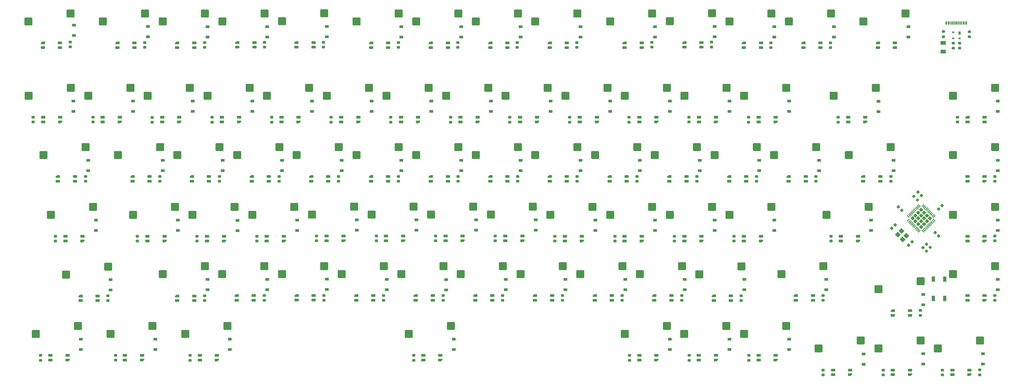
<source format=gbr>
%TF.GenerationSoftware,KiCad,Pcbnew,(6.0.6)*%
%TF.CreationDate,2022-08-08T15:17:43-04:00*%
%TF.ProjectId,Jupiter,4a757069-7465-4722-9e6b-696361645f70,rev?*%
%TF.SameCoordinates,Original*%
%TF.FileFunction,Paste,Bot*%
%TF.FilePolarity,Positive*%
%FSLAX46Y46*%
G04 Gerber Fmt 4.6, Leading zero omitted, Abs format (unit mm)*
G04 Created by KiCad (PCBNEW (6.0.6)) date 2022-08-08 15:17:43*
%MOMM*%
%LPD*%
G01*
G04 APERTURE LIST*
G04 Aperture macros list*
%AMRoundRect*
0 Rectangle with rounded corners*
0 $1 Rounding radius*
0 $2 $3 $4 $5 $6 $7 $8 $9 X,Y pos of 4 corners*
0 Add a 4 corners polygon primitive as box body*
4,1,4,$2,$3,$4,$5,$6,$7,$8,$9,$2,$3,0*
0 Add four circle primitives for the rounded corners*
1,1,$1+$1,$2,$3*
1,1,$1+$1,$4,$5*
1,1,$1+$1,$6,$7*
1,1,$1+$1,$8,$9*
0 Add four rect primitives between the rounded corners*
20,1,$1+$1,$2,$3,$4,$5,0*
20,1,$1+$1,$4,$5,$6,$7,0*
20,1,$1+$1,$6,$7,$8,$9,0*
20,1,$1+$1,$8,$9,$2,$3,0*%
%AMRotRect*
0 Rectangle, with rotation*
0 The origin of the aperture is its center*
0 $1 length*
0 $2 width*
0 $3 Rotation angle, in degrees counterclockwise*
0 Add horizontal line*
21,1,$1,$2,0,0,$3*%
%AMFreePoly0*
4,1,18,-0.410000,0.593000,-0.403758,0.624380,-0.385983,0.650983,-0.359380,0.668758,-0.328000,0.675000,0.328000,0.675000,0.359380,0.668758,0.385983,0.650983,0.403758,0.624380,0.410000,0.593000,0.410000,-0.593000,0.403758,-0.624380,0.385983,-0.650983,0.359380,-0.668758,0.328000,-0.675000,0.000000,-0.675000,-0.410000,-0.265000,-0.410000,0.593000,-0.410000,0.593000,$1*%
G04 Aperture macros list end*
%ADD10R,1.200000X0.900000*%
%ADD11RoundRect,0.250000X1.025000X1.000000X-1.025000X1.000000X-1.025000X-1.000000X1.025000X-1.000000X0*%
%ADD12FreePoly0,270.000000*%
%ADD13RoundRect,0.082000X-0.593000X0.328000X-0.593000X-0.328000X0.593000X-0.328000X0.593000X0.328000X0*%
%ADD14RoundRect,0.225000X-0.250000X0.225000X-0.250000X-0.225000X0.250000X-0.225000X0.250000X0.225000X0*%
%ADD15FreePoly0,90.000000*%
%ADD16RoundRect,0.082000X0.593000X-0.328000X0.593000X0.328000X-0.593000X0.328000X-0.593000X-0.328000X0*%
%ADD17RoundRect,0.225000X0.250000X-0.225000X0.250000X0.225000X-0.250000X0.225000X-0.250000X-0.225000X0*%
%ADD18RoundRect,0.225000X-0.017678X0.335876X-0.335876X0.017678X0.017678X-0.335876X0.335876X-0.017678X0*%
%ADD19RoundRect,0.200000X0.335876X0.053033X0.053033X0.335876X-0.335876X-0.053033X-0.053033X-0.335876X0*%
%ADD20RoundRect,0.200000X-0.275000X0.200000X-0.275000X-0.200000X0.275000X-0.200000X0.275000X0.200000X0*%
%ADD21RotRect,1.400000X1.200000X315.000000*%
%ADD22R,1.100000X1.800000*%
%ADD23RoundRect,0.250000X-0.625000X0.375000X-0.625000X-0.375000X0.625000X-0.375000X0.625000X0.375000X0*%
%ADD24RoundRect,0.225000X0.335876X0.017678X0.017678X0.335876X-0.335876X-0.017678X-0.017678X-0.335876X0*%
%ADD25R,0.700000X0.600000*%
%ADD26R,0.700000X1.000000*%
%ADD27RoundRect,0.225000X-0.335876X-0.017678X-0.017678X-0.335876X0.335876X0.017678X0.017678X0.335876X0*%
%ADD28R,0.540000X1.100000*%
%ADD29R,0.300000X1.100000*%
%ADD30RoundRect,0.200000X0.053033X-0.335876X0.335876X-0.053033X-0.053033X0.335876X-0.335876X0.053033X0*%
%ADD31RoundRect,0.062500X0.380070X0.291682X0.291682X0.380070X-0.380070X-0.291682X-0.291682X-0.380070X0*%
%ADD32RoundRect,0.062500X0.380070X-0.291682X-0.291682X0.380070X-0.380070X0.291682X0.291682X-0.380070X0*%
%ADD33RoundRect,0.250000X0.388909X0.000000X0.000000X0.388909X-0.388909X0.000000X0.000000X-0.388909X0*%
%ADD34RoundRect,0.225000X0.017678X-0.335876X0.335876X-0.017678X-0.017678X0.335876X-0.335876X0.017678X0*%
G04 APERTURE END LIST*
D10*
%TO.C,D82*%
X363200000Y-184337500D03*
X363200000Y-181037500D03*
%TD*%
%TO.C,D81*%
X344200000Y-184350000D03*
X344200000Y-181050000D03*
%TD*%
%TO.C,D80*%
X325100000Y-184437500D03*
X325100000Y-181137500D03*
%TD*%
%TO.C,D79*%
X301300000Y-179650000D03*
X301300000Y-176350000D03*
%TD*%
%TO.C,D78*%
X282300000Y-179637500D03*
X282300000Y-176337500D03*
%TD*%
%TO.C,D77*%
X263200000Y-179637500D03*
X263200000Y-176337500D03*
%TD*%
%TO.C,D76*%
X194200000Y-179637500D03*
X194200000Y-176337500D03*
%TD*%
%TO.C,D75*%
X122700000Y-179650000D03*
X122700000Y-176350000D03*
%TD*%
%TO.C,D74*%
X98900000Y-179650000D03*
X98900000Y-176350000D03*
%TD*%
%TO.C,D73*%
X75100000Y-179637500D03*
X75100000Y-176337500D03*
%TD*%
%TO.C,D72*%
X368000000Y-157237500D03*
X368000000Y-160537500D03*
%TD*%
%TO.C,D71*%
X344200000Y-162037500D03*
X344200000Y-165337500D03*
%TD*%
%TO.C,D70*%
X313200000Y-157237500D03*
X313200000Y-160537500D03*
%TD*%
%TO.C,D69*%
X287000000Y-157237500D03*
X287000000Y-160537500D03*
%TD*%
%TO.C,D68*%
X268000000Y-157237500D03*
X268000000Y-160537500D03*
%TD*%
%TO.C,D67*%
X249000000Y-157250000D03*
X249000000Y-160550000D03*
%TD*%
%TO.C,D66*%
X229900000Y-157250000D03*
X229900000Y-160550000D03*
%TD*%
%TO.C,D65*%
X210800000Y-157237500D03*
X210800000Y-160537500D03*
%TD*%
%TO.C,D64*%
X191800000Y-157337500D03*
X191800000Y-160637500D03*
%TD*%
%TO.C,D63*%
X172800000Y-157250000D03*
X172800000Y-160550000D03*
%TD*%
%TO.C,D62*%
X153700000Y-157137500D03*
X153700000Y-160437500D03*
%TD*%
%TO.C,D61*%
X134600000Y-157237500D03*
X134600000Y-160537500D03*
%TD*%
%TO.C,D60*%
X115600000Y-157237500D03*
X115600000Y-160537500D03*
%TD*%
%TO.C,D59*%
X84600000Y-157350000D03*
X84600000Y-160650000D03*
%TD*%
%TO.C,D58*%
X368000000Y-141550000D03*
X368000000Y-138250000D03*
%TD*%
%TO.C,D57*%
X327500000Y-141537500D03*
X327500000Y-138237500D03*
%TD*%
%TO.C,D56*%
X296600000Y-141550000D03*
X296600000Y-138250000D03*
%TD*%
%TO.C,D55*%
X277500000Y-141550000D03*
X277500000Y-138250000D03*
%TD*%
%TO.C,D54*%
X258500000Y-141537500D03*
X258500000Y-138237500D03*
%TD*%
%TO.C,D53*%
X239400000Y-141537500D03*
X239400000Y-138237500D03*
%TD*%
%TO.C,D52*%
X220400000Y-141437500D03*
X220400000Y-138137500D03*
%TD*%
%TO.C,D51*%
X201300000Y-141450000D03*
X201300000Y-138150000D03*
%TD*%
%TO.C,D50*%
X182300000Y-141437500D03*
X182300000Y-138137500D03*
%TD*%
%TO.C,D49*%
X163200000Y-141462500D03*
X163200000Y-138162500D03*
%TD*%
%TO.C,D48*%
X144200000Y-141537500D03*
X144200000Y-138237500D03*
%TD*%
%TO.C,D47*%
X125100000Y-141637500D03*
X125100000Y-138337500D03*
%TD*%
%TO.C,D46*%
X106100000Y-141537500D03*
X106100000Y-138237500D03*
%TD*%
%TO.C,D45*%
X79900000Y-141537500D03*
X79900000Y-138237500D03*
%TD*%
%TO.C,D44*%
X368000000Y-119137500D03*
X368000000Y-122437500D03*
%TD*%
%TO.C,D43*%
X334700000Y-119137500D03*
X334700000Y-122437500D03*
%TD*%
%TO.C,D42*%
X310900000Y-119137500D03*
X310900000Y-122437500D03*
%TD*%
%TO.C,D41*%
X291800000Y-119137500D03*
X291800000Y-122437500D03*
%TD*%
%TO.C,D40*%
X272800000Y-119137500D03*
X272800000Y-122437500D03*
%TD*%
%TO.C,D39*%
X253700000Y-119150000D03*
X253700000Y-122450000D03*
%TD*%
%TO.C,D38*%
X234700000Y-119137500D03*
X234700000Y-122437500D03*
%TD*%
%TO.C,D37*%
X215600000Y-119137500D03*
X215600000Y-122437500D03*
%TD*%
%TO.C,D36*%
X196600000Y-119150000D03*
X196600000Y-122450000D03*
%TD*%
%TO.C,D35*%
X177500000Y-119150000D03*
X177500000Y-122450000D03*
%TD*%
%TO.C,D34*%
X158400000Y-119137500D03*
X158400000Y-122437500D03*
%TD*%
%TO.C,D33*%
X139400000Y-119137500D03*
X139400000Y-122437500D03*
%TD*%
%TO.C,D32*%
X120400000Y-119137500D03*
X120400000Y-122437500D03*
%TD*%
%TO.C,D31*%
X101300000Y-119150000D03*
X101300000Y-122450000D03*
%TD*%
%TO.C,D30*%
X77500000Y-119150000D03*
X77500000Y-122450000D03*
%TD*%
%TO.C,D29*%
X368000000Y-103450000D03*
X368000000Y-100150000D03*
%TD*%
%TO.C,D28*%
X329900000Y-103550000D03*
X329900000Y-100250000D03*
%TD*%
%TO.C,D27*%
X301300000Y-103437500D03*
X301300000Y-100137500D03*
%TD*%
%TO.C,D26*%
X282300000Y-103437500D03*
X282300000Y-100137500D03*
%TD*%
%TO.C,D25*%
X263200000Y-103450000D03*
X263200000Y-100150000D03*
%TD*%
%TO.C,D24*%
X244200000Y-103437500D03*
X244200000Y-100137500D03*
%TD*%
%TO.C,D23*%
X225100000Y-103450000D03*
X225100000Y-100150000D03*
%TD*%
%TO.C,D22*%
X206100000Y-103437500D03*
X206100000Y-100137500D03*
%TD*%
%TO.C,D21*%
X187000000Y-103450000D03*
X187000000Y-100150000D03*
%TD*%
%TO.C,D20*%
X168000000Y-103437500D03*
X168000000Y-100137500D03*
%TD*%
%TO.C,D19*%
X148900000Y-103437500D03*
X148900000Y-100137500D03*
%TD*%
%TO.C,D18*%
X129900000Y-103437500D03*
X129900000Y-100137500D03*
%TD*%
%TO.C,D17*%
X110800000Y-103437500D03*
X110800000Y-100137500D03*
%TD*%
%TO.C,D16*%
X91800000Y-103450000D03*
X91800000Y-100150000D03*
%TD*%
%TO.C,D15*%
X72700000Y-103437500D03*
X72700000Y-100137500D03*
%TD*%
%TO.C,D14*%
X339400000Y-79637500D03*
X339400000Y-76337500D03*
%TD*%
%TO.C,D13*%
X315600000Y-79650000D03*
X315600000Y-76350000D03*
%TD*%
%TO.C,D12*%
X296600000Y-79650000D03*
X296600000Y-76350000D03*
%TD*%
%TO.C,D11*%
X277500000Y-79550000D03*
X277500000Y-76250000D03*
%TD*%
%TO.C,D10*%
X258500000Y-79650000D03*
X258500000Y-76350000D03*
%TD*%
%TO.C,D9*%
X234700000Y-79637500D03*
X234700000Y-76337500D03*
%TD*%
%TO.C,D8*%
X215600000Y-79662500D03*
X215600000Y-76362500D03*
%TD*%
%TO.C,D7*%
X196600000Y-79650000D03*
X196600000Y-76350000D03*
%TD*%
%TO.C,D6*%
X177500000Y-79650000D03*
X177500000Y-76350000D03*
%TD*%
%TO.C,D5*%
X153700000Y-79562500D03*
X153700000Y-76262500D03*
%TD*%
%TO.C,D4*%
X134600000Y-79637500D03*
X134600000Y-76337500D03*
%TD*%
%TO.C,D3*%
X115600000Y-79650000D03*
X115600000Y-76350000D03*
%TD*%
%TO.C,D2*%
X96500000Y-79550000D03*
X96500000Y-76250000D03*
%TD*%
%TO.C,D1*%
X72900000Y-75850000D03*
X72900000Y-79150000D03*
%TD*%
D11*
%TO.C,K_T1*%
X163140000Y-117460000D03*
X176590000Y-114920000D03*
%TD*%
D12*
%TO.C,LED_R1*%
X148675000Y-124330000D03*
D13*
X148675000Y-125830000D03*
X154125000Y-124330000D03*
X154125000Y-125830000D03*
%TD*%
D11*
%TO.C,K_E1*%
X125040000Y-117460000D03*
X138490000Y-114920000D03*
%TD*%
%TO.C,K_pgUp1*%
X353640000Y-117460000D03*
X367090000Y-114920000D03*
%TD*%
D14*
%TO.C,C29*%
X193200000Y-106900000D03*
X193200000Y-105350000D03*
%TD*%
D15*
%TO.C,LED_quote1*%
X292325000Y-144930000D03*
D16*
X292325000Y-143430000D03*
X286875000Y-144930000D03*
X286875000Y-143430000D03*
%TD*%
D17*
%TO.C,C64*%
X114600000Y-162450000D03*
X114600000Y-164000000D03*
%TD*%
D14*
%TO.C,C26*%
X136100000Y-106900000D03*
X136100000Y-105350000D03*
%TD*%
D11*
%TO.C,K_rightArrow1*%
X348840000Y-179360000D03*
X362290000Y-176820000D03*
%TD*%
D15*
%TO.C,LED_5*%
X163725000Y-106830000D03*
D16*
X163725000Y-105330000D03*
X158275000Y-106830000D03*
X158275000Y-105330000D03*
%TD*%
D18*
%TO.C,C5*%
X344083984Y-147026016D03*
X345180000Y-145930000D03*
%TD*%
D12*
%TO.C,LED_leftShift1*%
X74975000Y-162530000D03*
D13*
X74975000Y-164030000D03*
X80425000Y-162530000D03*
X80425000Y-164030000D03*
%TD*%
D17*
%TO.C,C8*%
X71700000Y-81250000D03*
X71700000Y-82800000D03*
%TD*%
%TO.C,C69*%
X209800000Y-162350000D03*
X209800000Y-163900000D03*
%TD*%
D11*
%TO.C,K_B1*%
X177440000Y-155560000D03*
X190890000Y-153020000D03*
%TD*%
D14*
%TO.C,C59*%
X245700000Y-144950000D03*
X245700000Y-143400000D03*
%TD*%
D17*
%TO.C,C49*%
X76600000Y-124250000D03*
X76600000Y-125800000D03*
%TD*%
D12*
%TO.C,LED_F5*%
X167775000Y-81530000D03*
D13*
X167775000Y-83030000D03*
X173225000Y-81530000D03*
X173225000Y-83030000D03*
%TD*%
D17*
%TO.C,C40*%
X252700000Y-124250000D03*
X252700000Y-125800000D03*
%TD*%
%TO.C,C73*%
X286000000Y-162450000D03*
X286000000Y-164000000D03*
%TD*%
D19*
%TO.C,R2*%
X341133274Y-130633274D03*
X342300000Y-131800000D03*
%TD*%
D17*
%TO.C,C66*%
X152700000Y-162350000D03*
X152700000Y-163900000D03*
%TD*%
%TO.C,C21*%
X355100000Y-105300000D03*
X355100000Y-106850000D03*
%TD*%
D14*
%TO.C,C79*%
X181400000Y-183100000D03*
X181400000Y-181550000D03*
%TD*%
D17*
%TO.C,C67*%
X171800000Y-162350000D03*
X171800000Y-163900000D03*
%TD*%
D11*
%TO.C,K_G1*%
X167940000Y-136460000D03*
X181390000Y-133920000D03*
%TD*%
D14*
%TO.C,C31*%
X231200000Y-106900000D03*
X231200000Y-105350000D03*
%TD*%
D15*
%TO.C,LED_tilda1*%
X68525000Y-106830000D03*
D16*
X68525000Y-105330000D03*
X63075000Y-106830000D03*
X63075000Y-105330000D03*
%TD*%
D14*
%TO.C,C60*%
X264700000Y-144950000D03*
X264700000Y-143400000D03*
%TD*%
D11*
%TO.C,K_I1*%
X220240000Y-117460000D03*
X233690000Y-114920000D03*
%TD*%
D14*
%TO.C,C52*%
X112200000Y-144950000D03*
X112200000Y-143400000D03*
%TD*%
D11*
%TO.C,K_V1*%
X158440000Y-155560000D03*
X171890000Y-153020000D03*
%TD*%
D14*
%TO.C,C27*%
X155000000Y-106900000D03*
X155000000Y-105350000D03*
%TD*%
D15*
%TO.C,LED_J1*%
X216125000Y-144830000D03*
D16*
X216125000Y-143330000D03*
X210675000Y-144830000D03*
X210675000Y-143330000D03*
%TD*%
D15*
%TO.C,LED_rightAlt1*%
X258925000Y-183030000D03*
D16*
X258925000Y-181530000D03*
X253475000Y-183030000D03*
X253475000Y-181530000D03*
%TD*%
D15*
%TO.C,LED_D1*%
X139925000Y-144930000D03*
D16*
X139925000Y-143430000D03*
X134475000Y-144930000D03*
X134475000Y-143430000D03*
%TD*%
D17*
%TO.C,C20*%
X314500000Y-81550000D03*
X314500000Y-83100000D03*
%TD*%
D15*
%TO.C,LED_4*%
X144625000Y-106830000D03*
D16*
X144625000Y-105330000D03*
X139175000Y-106830000D03*
X139175000Y-105330000D03*
%TD*%
D17*
%TO.C,C65*%
X133700000Y-162350000D03*
X133700000Y-163900000D03*
%TD*%
D11*
%TO.C,K_enter1*%
X313240000Y-136560000D03*
X326690000Y-134020000D03*
%TD*%
D14*
%TO.C,C87*%
X367000000Y-163950000D03*
X367000000Y-162400000D03*
%TD*%
D17*
%TO.C,C74*%
X312200000Y-162350000D03*
X312200000Y-163900000D03*
%TD*%
%TO.C,C46*%
X138400000Y-124250000D03*
X138400000Y-125800000D03*
%TD*%
D15*
%TO.C,LED_6*%
X182825000Y-106830000D03*
D16*
X182825000Y-105330000D03*
X177375000Y-106830000D03*
X177375000Y-105330000D03*
%TD*%
D15*
%TO.C,LED_equals1*%
X297025000Y-106830000D03*
D16*
X297025000Y-105330000D03*
X291575000Y-106830000D03*
X291575000Y-105330000D03*
%TD*%
D12*
%TO.C,LED_N1*%
X201075000Y-162430000D03*
D13*
X201075000Y-163930000D03*
X206525000Y-162430000D03*
X206525000Y-163930000D03*
%TD*%
D17*
%TO.C,C41*%
X233600000Y-124250000D03*
X233600000Y-125800000D03*
%TD*%
D11*
%TO.C,K_end1*%
X353640000Y-155560000D03*
X367090000Y-153020000D03*
%TD*%
D12*
%TO.C,LED_rightShift1*%
X303475000Y-162430000D03*
D13*
X303475000Y-163930000D03*
X308925000Y-162430000D03*
X308925000Y-163930000D03*
%TD*%
D12*
%TO.C,LED_P1*%
X263075000Y-124330000D03*
D13*
X263075000Y-125830000D03*
X268525000Y-124330000D03*
X268525000Y-125830000D03*
%TD*%
D11*
%TO.C,K_tilda1*%
X58440000Y-98460000D03*
X71890000Y-95920000D03*
%TD*%
D12*
%TO.C,LED_F4*%
X143975000Y-81430000D03*
D13*
X143975000Y-82930000D03*
X149425000Y-81430000D03*
X149425000Y-82930000D03*
%TD*%
D12*
%TO.C,LED_upArrow1*%
X334475000Y-167230000D03*
D13*
X334475000Y-168730000D03*
X339925000Y-167230000D03*
X339925000Y-168730000D03*
%TD*%
D12*
%TO.C,LED_F6*%
X186875000Y-81530000D03*
D13*
X186875000Y-83030000D03*
X192325000Y-81530000D03*
X192325000Y-83030000D03*
%TD*%
D12*
%TO.C,LED_X1*%
X124875000Y-162430000D03*
D13*
X124875000Y-163930000D03*
X130325000Y-162430000D03*
X130325000Y-163930000D03*
%TD*%
D11*
%TO.C,K_rightAlt1*%
X248840000Y-174660000D03*
X262290000Y-172120000D03*
%TD*%
D12*
%TO.C,LED_esc1*%
X62975000Y-81530000D03*
D13*
X62975000Y-83030000D03*
X68425000Y-81530000D03*
X68425000Y-83030000D03*
%TD*%
D15*
%TO.C,LED_K1*%
X235125000Y-144930000D03*
D16*
X235125000Y-143430000D03*
X229675000Y-144930000D03*
X229675000Y-143430000D03*
%TD*%
D11*
%TO.C,K_7*%
X191740000Y-98460000D03*
X205190000Y-95920000D03*
%TD*%
%TO.C,K_A1*%
X91740000Y-136560000D03*
X105190000Y-134020000D03*
%TD*%
D14*
%TO.C,C22*%
X59900000Y-106850000D03*
X59900000Y-105300000D03*
%TD*%
%TO.C,C30*%
X212100000Y-106900000D03*
X212100000Y-105350000D03*
%TD*%
D11*
%TO.C,K_home1*%
X353640000Y-98460000D03*
X367090000Y-95920000D03*
%TD*%
%TO.C,K_space1*%
X179840000Y-174660000D03*
X193290000Y-172120000D03*
%TD*%
D12*
%TO.C,LED_F2*%
X105875000Y-81530000D03*
D13*
X105875000Y-83030000D03*
X111325000Y-81530000D03*
X111325000Y-83030000D03*
%TD*%
D17*
%TO.C,C39*%
X271900000Y-124250000D03*
X271900000Y-125800000D03*
%TD*%
%TO.C,C13*%
X176500000Y-81450000D03*
X176500000Y-83000000D03*
%TD*%
D12*
%TO.C,LED_F7*%
X205875000Y-81530000D03*
D13*
X205875000Y-83030000D03*
X211325000Y-81530000D03*
X211325000Y-83030000D03*
%TD*%
D14*
%TO.C,C57*%
X207400000Y-144850000D03*
X207400000Y-143300000D03*
%TD*%
D18*
%TO.C,C4*%
X349103984Y-134696016D03*
X350200000Y-133600000D03*
%TD*%
D12*
%TO.C,LED_Z1*%
X105875000Y-162530000D03*
D13*
X105875000Y-164030000D03*
X111325000Y-162530000D03*
X111325000Y-164030000D03*
%TD*%
D20*
%TO.C,R4*%
X355750000Y-81600000D03*
X355750000Y-83250000D03*
%TD*%
D15*
%TO.C,LED_minus1*%
X277975000Y-106810000D03*
D16*
X277975000Y-105310000D03*
X272525000Y-106810000D03*
X272525000Y-105310000D03*
%TD*%
D14*
%TO.C,C58*%
X226500000Y-144950000D03*
X226500000Y-143400000D03*
%TD*%
D11*
%TO.C,K_U1*%
X201240000Y-117460000D03*
X214690000Y-114920000D03*
%TD*%
D15*
%TO.C,LED_A1*%
X101825000Y-144930000D03*
D16*
X101825000Y-143430000D03*
X96375000Y-144930000D03*
X96375000Y-143430000D03*
%TD*%
D14*
%TO.C,C84*%
X331400000Y-187800000D03*
X331400000Y-186250000D03*
%TD*%
%TO.C,C51*%
X93100000Y-144950000D03*
X93100000Y-143400000D03*
%TD*%
D21*
%TO.C,Y1*%
X336021142Y-142923223D03*
X337576777Y-144478858D03*
X338778858Y-143276777D03*
X337223223Y-141721142D03*
%TD*%
D11*
%TO.C,K_leftAlt1*%
X108440000Y-174660000D03*
X121890000Y-172120000D03*
%TD*%
D15*
%TO.C,LED_H1*%
X197025000Y-144830000D03*
D16*
X197025000Y-143330000D03*
X191575000Y-144830000D03*
X191575000Y-143330000D03*
%TD*%
D17*
%TO.C,C44*%
X176500000Y-124250000D03*
X176500000Y-125800000D03*
%TD*%
D12*
%TO.C,LED_F11*%
X286875000Y-81530000D03*
D13*
X286875000Y-83030000D03*
X292325000Y-81530000D03*
X292325000Y-83030000D03*
%TD*%
D12*
%TO.C,LED_M1*%
X220175000Y-162430000D03*
D13*
X220175000Y-163930000D03*
X225625000Y-162430000D03*
X225625000Y-163930000D03*
%TD*%
D12*
%TO.C,LED_closeBracket1*%
X301175000Y-124330000D03*
D13*
X301175000Y-125830000D03*
X306625000Y-124330000D03*
X306625000Y-125830000D03*
%TD*%
D15*
%TO.C,LED_windows1*%
X94625000Y-183030000D03*
D16*
X94625000Y-181530000D03*
X89175000Y-183030000D03*
X89175000Y-181530000D03*
%TD*%
D17*
%TO.C,C48*%
X100300000Y-124250000D03*
X100300000Y-125800000D03*
%TD*%
D11*
%TO.C,K_F2*%
X101240000Y-74660000D03*
X114690000Y-72120000D03*
%TD*%
D15*
%TO.C,LED_rightControl1*%
X297025000Y-183030000D03*
D16*
X297025000Y-181530000D03*
X291575000Y-183030000D03*
X291575000Y-181530000D03*
%TD*%
D17*
%TO.C,C37*%
X309900000Y-124250000D03*
X309900000Y-125800000D03*
%TD*%
D11*
%TO.C,K_F3*%
X120340000Y-74660000D03*
X133790000Y-72120000D03*
%TD*%
D17*
%TO.C,C9*%
X95500000Y-81450000D03*
X95500000Y-83000000D03*
%TD*%
D11*
%TO.C,K_M1*%
X215540000Y-155560000D03*
X228990000Y-153020000D03*
%TD*%
%TO.C,K_windows1*%
X84540000Y-174660000D03*
X97990000Y-172120000D03*
%TD*%
D14*
%TO.C,C32*%
X250200000Y-106900000D03*
X250200000Y-105350000D03*
%TD*%
D11*
%TO.C,K_R1*%
X144040000Y-117460000D03*
X157490000Y-114920000D03*
%TD*%
D17*
%TO.C,C71*%
X248000000Y-162350000D03*
X248000000Y-163900000D03*
%TD*%
D14*
%TO.C,C76*%
X62200000Y-183100000D03*
X62200000Y-181550000D03*
%TD*%
D11*
%TO.C,K_2*%
X96440000Y-98460000D03*
X109890000Y-95920000D03*
%TD*%
%TO.C,K_leftShift1*%
X70340000Y-155660000D03*
X83790000Y-153120000D03*
%TD*%
D22*
%TO.C,SW1*%
X351050000Y-157100000D03*
X347350000Y-163300000D03*
X347350000Y-157100000D03*
X351050000Y-163300000D03*
%TD*%
D11*
%TO.C,K_F1*%
X82140000Y-74660000D03*
X95590000Y-72120000D03*
%TD*%
D15*
%TO.C,LED_function1*%
X277925000Y-183030000D03*
D16*
X277925000Y-181530000D03*
X272475000Y-183030000D03*
X272475000Y-181530000D03*
%TD*%
D11*
%TO.C,K_9*%
X229840000Y-98460000D03*
X243290000Y-95920000D03*
%TD*%
D14*
%TO.C,C35*%
X317000000Y-106900000D03*
X317000000Y-105350000D03*
%TD*%
D15*
%TO.C,LED_3*%
X125625000Y-106830000D03*
D16*
X125625000Y-105330000D03*
X120175000Y-106830000D03*
X120175000Y-105330000D03*
%TD*%
D15*
%TO.C,LED_7*%
X201825000Y-106830000D03*
D16*
X201825000Y-105330000D03*
X196375000Y-106830000D03*
X196375000Y-105330000D03*
%TD*%
D11*
%TO.C,K_D1*%
X129840000Y-136560000D03*
X143290000Y-134020000D03*
%TD*%
D12*
%TO.C,LED_C1*%
X143985000Y-162370000D03*
D13*
X143985000Y-163870000D03*
X149435000Y-162370000D03*
X149435000Y-163870000D03*
%TD*%
D23*
%TO.C,F1*%
X350500000Y-81500000D03*
X350500000Y-84300000D03*
%TD*%
D12*
%TO.C,LED_F9*%
X248775000Y-81530000D03*
D13*
X248775000Y-83030000D03*
X254225000Y-81530000D03*
X254225000Y-83030000D03*
%TD*%
D11*
%TO.C,K_leftArrow1*%
X310740000Y-179360000D03*
X324190000Y-176820000D03*
%TD*%
D17*
%TO.C,C38*%
X290900000Y-124250000D03*
X290900000Y-125800000D03*
%TD*%
D14*
%TO.C,C56*%
X188400000Y-144850000D03*
X188400000Y-143300000D03*
%TD*%
D11*
%TO.C,K_F11*%
X282240000Y-74660000D03*
X295690000Y-72120000D03*
%TD*%
%TO.C,K_period1*%
X253640000Y-155560000D03*
X267090000Y-153020000D03*
%TD*%
D14*
%TO.C,C33*%
X269300000Y-106875000D03*
X269300000Y-105325000D03*
%TD*%
D17*
%TO.C,C43*%
X195600000Y-124250000D03*
X195600000Y-125800000D03*
%TD*%
D11*
%TO.C,K_tab1*%
X63140000Y-117460000D03*
X76590000Y-114920000D03*
%TD*%
D15*
%TO.C,LED_capsLock1*%
X75625000Y-144930000D03*
D16*
X75625000Y-143430000D03*
X70175000Y-144930000D03*
X70175000Y-143430000D03*
%TD*%
D15*
%TO.C,LED_downArrow1*%
X339925000Y-187730000D03*
D16*
X339925000Y-186230000D03*
X334475000Y-187730000D03*
X334475000Y-186230000D03*
%TD*%
D15*
%TO.C,LED_end1*%
X363725000Y-163930000D03*
D16*
X363725000Y-162430000D03*
X358275000Y-163930000D03*
X358275000Y-162430000D03*
%TD*%
D24*
%TO.C,C6*%
X336251992Y-134051992D03*
X337348008Y-135148008D03*
%TD*%
D12*
%TO.C,LED_E1*%
X129675000Y-124330000D03*
D13*
X129675000Y-125830000D03*
X135125000Y-124330000D03*
X135125000Y-125830000D03*
%TD*%
D17*
%TO.C,C15*%
X214500000Y-81450000D03*
X214500000Y-83000000D03*
%TD*%
%TO.C,C36*%
X333800000Y-124300000D03*
X333800000Y-125850000D03*
%TD*%
D11*
%TO.C,K_rightShift1*%
X298840000Y-155560000D03*
X312290000Y-153020000D03*
%TD*%
%TO.C,K_minus1*%
X267890000Y-98440000D03*
X281340000Y-95900000D03*
%TD*%
%TO.C,K_W1*%
X105940000Y-117460000D03*
X119390000Y-114920000D03*
%TD*%
%TO.C,K_5*%
X153640000Y-98460000D03*
X167090000Y-95920000D03*
%TD*%
D20*
%TO.C,R6*%
X358900000Y-79600000D03*
X358900000Y-77950000D03*
%TD*%
D11*
%TO.C,K_3*%
X115540000Y-98460000D03*
X128990000Y-95920000D03*
%TD*%
D14*
%TO.C,C28*%
X174100000Y-106900000D03*
X174100000Y-105350000D03*
%TD*%
%TO.C,C62*%
X314700000Y-144950000D03*
X314700000Y-143400000D03*
%TD*%
D11*
%TO.C,K_quote1*%
X282240000Y-136560000D03*
X295690000Y-134020000D03*
%TD*%
D17*
%TO.C,C12*%
X152600000Y-81350000D03*
X152600000Y-82900000D03*
%TD*%
D15*
%TO.C,LED_pgUp1*%
X363725000Y-125830000D03*
D16*
X363725000Y-124330000D03*
X358275000Y-125830000D03*
X358275000Y-124330000D03*
%TD*%
D11*
%TO.C,K_F7*%
X201240000Y-74660000D03*
X214690000Y-72120000D03*
%TD*%
%TO.C,K_K1*%
X225040000Y-136560000D03*
X238490000Y-134020000D03*
%TD*%
%TO.C,K_comma1*%
X234640000Y-155560000D03*
X248090000Y-153020000D03*
%TD*%
D12*
%TO.C,LED_Q1*%
X91575000Y-124330000D03*
D13*
X91575000Y-125830000D03*
X97025000Y-124330000D03*
X97025000Y-125830000D03*
%TD*%
D15*
%TO.C,LED_colon1*%
X273325000Y-144930000D03*
D16*
X273325000Y-143430000D03*
X267875000Y-144930000D03*
X267875000Y-143430000D03*
%TD*%
D11*
%TO.C,K_1*%
X77440000Y-98460000D03*
X90890000Y-95920000D03*
%TD*%
%TO.C,K_4*%
X134540000Y-98460000D03*
X147990000Y-95920000D03*
%TD*%
D17*
%TO.C,C19*%
X295500000Y-81550000D03*
X295500000Y-83100000D03*
%TD*%
D11*
%TO.C,K_0*%
X248840000Y-98460000D03*
X262290000Y-95920000D03*
%TD*%
%TO.C,K_L1*%
X244140000Y-136560000D03*
X257590000Y-134020000D03*
%TD*%
D17*
%TO.C,C18*%
X276500000Y-81300000D03*
X276500000Y-82850000D03*
%TD*%
D14*
%TO.C,C83*%
X312200000Y-187800000D03*
X312200000Y-186250000D03*
%TD*%
D17*
%TO.C,C63*%
X83700000Y-162450000D03*
X83700000Y-164000000D03*
%TD*%
D11*
%TO.C,K_closeBracket1*%
X296540000Y-117460000D03*
X309990000Y-114920000D03*
%TD*%
D15*
%TO.C,LED_9*%
X239925000Y-106830000D03*
D16*
X239925000Y-105330000D03*
X234475000Y-106830000D03*
X234475000Y-105330000D03*
%TD*%
D25*
%TO.C,U2*%
X353750000Y-78160000D03*
X353750000Y-80060000D03*
X355750000Y-80060000D03*
D26*
X355750000Y-78360000D03*
%TD*%
D11*
%TO.C,K_Y1*%
X182240000Y-117460000D03*
X195690000Y-114920000D03*
%TD*%
D17*
%TO.C,C45*%
X157400000Y-124250000D03*
X157400000Y-125800000D03*
%TD*%
D11*
%TO.C,K_backSlash1*%
X320340000Y-117460000D03*
X333790000Y-114920000D03*
%TD*%
D14*
%TO.C,C54*%
X150400000Y-144850000D03*
X150400000Y-143300000D03*
%TD*%
D17*
%TO.C,C14*%
X195500000Y-81450000D03*
X195500000Y-83000000D03*
%TD*%
D27*
%TO.C,C3*%
X349100000Y-143300000D03*
X348003984Y-142203984D03*
%TD*%
D14*
%TO.C,C25*%
X117000000Y-106900000D03*
X117000000Y-105350000D03*
%TD*%
D12*
%TO.C,LED_F1*%
X86775000Y-81530000D03*
D13*
X86775000Y-83030000D03*
X92225000Y-81530000D03*
X92225000Y-83030000D03*
%TD*%
D11*
%TO.C,K_upArrow1*%
X329840000Y-160360000D03*
X343290000Y-157820000D03*
%TD*%
D15*
%TO.C,LED_backspace1*%
X325625000Y-106830000D03*
D16*
X325625000Y-105330000D03*
X320175000Y-106830000D03*
X320175000Y-105330000D03*
%TD*%
D12*
%TO.C,LED_T1*%
X167775000Y-124330000D03*
D13*
X167775000Y-125830000D03*
X173225000Y-124330000D03*
X173225000Y-125830000D03*
%TD*%
D20*
%TO.C,R3*%
X353750000Y-81600000D03*
X353750000Y-83250000D03*
%TD*%
D14*
%TO.C,C55*%
X169500000Y-144875000D03*
X169500000Y-143325000D03*
%TD*%
D11*
%TO.C,K_S1*%
X110740000Y-136560000D03*
X124190000Y-134020000D03*
%TD*%
D15*
%TO.C,LED_0*%
X258925000Y-106830000D03*
D16*
X258925000Y-105330000D03*
X253475000Y-106830000D03*
X253475000Y-105330000D03*
%TD*%
D12*
%TO.C,LED_F8*%
X224875000Y-81530000D03*
D13*
X224875000Y-83030000D03*
X230325000Y-81530000D03*
X230325000Y-83030000D03*
%TD*%
D11*
%TO.C,K_F4*%
X139340000Y-74560000D03*
X152790000Y-72020000D03*
%TD*%
D12*
%TO.C,LED_period1*%
X258275000Y-162430000D03*
D13*
X258275000Y-163930000D03*
X263725000Y-162430000D03*
X263725000Y-163930000D03*
%TD*%
D28*
%TO.C,J1*%
X351510000Y-75202500D03*
X352260000Y-75202500D03*
D29*
X352960000Y-75202500D03*
X353960000Y-75202500D03*
X355460000Y-75202500D03*
X356460000Y-75202500D03*
D28*
X357160000Y-75202500D03*
X357910000Y-75202500D03*
X357910000Y-75202500D03*
X357160000Y-75202500D03*
D29*
X355960000Y-75202500D03*
X354960000Y-75202500D03*
X354460000Y-75202500D03*
X353460000Y-75202500D03*
D28*
X352260000Y-75202500D03*
X351510000Y-75202500D03*
%TD*%
D14*
%TO.C,C81*%
X269400000Y-183100000D03*
X269400000Y-181550000D03*
%TD*%
%TO.C,C82*%
X288500000Y-183100000D03*
X288500000Y-181550000D03*
%TD*%
D11*
%TO.C,K_Z1*%
X101240000Y-155560000D03*
X114690000Y-153020000D03*
%TD*%
D12*
%TO.C,LED_O1*%
X243975000Y-124330000D03*
D13*
X243975000Y-125830000D03*
X249425000Y-124330000D03*
X249425000Y-125830000D03*
%TD*%
D11*
%TO.C,K_Q1*%
X86940000Y-117460000D03*
X100390000Y-114920000D03*
%TD*%
%TO.C,K_downArrow1*%
X329840000Y-179360000D03*
X343290000Y-176820000D03*
%TD*%
%TO.C,K_function1*%
X267840000Y-174660000D03*
X281290000Y-172120000D03*
%TD*%
%TO.C,K_F13*%
X148940000Y-136460000D03*
X162390000Y-133920000D03*
%TD*%
D14*
%TO.C,C61*%
X283700000Y-144950000D03*
X283700000Y-143400000D03*
%TD*%
D12*
%TO.C,LED_W1*%
X110575000Y-124330000D03*
D13*
X110575000Y-125830000D03*
X116025000Y-124330000D03*
X116025000Y-125830000D03*
%TD*%
D17*
%TO.C,C17*%
X257500000Y-81350000D03*
X257500000Y-82900000D03*
%TD*%
D11*
%TO.C,K_colon1*%
X263240000Y-136560000D03*
X276690000Y-134020000D03*
%TD*%
D17*
%TO.C,C70*%
X228900000Y-162350000D03*
X228900000Y-163900000D03*
%TD*%
D11*
%TO.C,K_F8*%
X220240000Y-74660000D03*
X233690000Y-72120000D03*
%TD*%
%TO.C,K_6*%
X172740000Y-98460000D03*
X186190000Y-95920000D03*
%TD*%
D14*
%TO.C,C86*%
X362200000Y-187750000D03*
X362200000Y-186200000D03*
%TD*%
D15*
%TO.C,LED_leftAlt1*%
X118525000Y-183030000D03*
D16*
X118525000Y-181530000D03*
X113075000Y-183030000D03*
X113075000Y-181530000D03*
%TD*%
D17*
%TO.C,C16*%
X233500000Y-81450000D03*
X233500000Y-83000000D03*
%TD*%
D11*
%TO.C,K_C1*%
X139350000Y-155500000D03*
X152800000Y-152960000D03*
%TD*%
%TO.C,K_rightControl1*%
X286940000Y-174660000D03*
X300390000Y-172120000D03*
%TD*%
D12*
%TO.C,LED_B1*%
X182075000Y-162430000D03*
D13*
X182075000Y-163930000D03*
X187525000Y-162430000D03*
X187525000Y-163930000D03*
%TD*%
D11*
%TO.C,K_F10*%
X263240000Y-74560000D03*
X276690000Y-72020000D03*
%TD*%
D17*
%TO.C,C10*%
X114600000Y-81450000D03*
X114600000Y-83000000D03*
%TD*%
D15*
%TO.C,LED_L1*%
X254225000Y-144930000D03*
D16*
X254225000Y-143430000D03*
X248775000Y-144930000D03*
X248775000Y-143430000D03*
%TD*%
D11*
%TO.C,K_J1*%
X206040000Y-136460000D03*
X219490000Y-133920000D03*
%TD*%
%TO.C,K_X1*%
X120240000Y-155560000D03*
X133690000Y-153020000D03*
%TD*%
D12*
%TO.C,LED_F10*%
X267875000Y-81430000D03*
D13*
X267875000Y-82930000D03*
X273325000Y-81430000D03*
X273325000Y-82930000D03*
%TD*%
D12*
%TO.C,LED_Y1*%
X186875000Y-124330000D03*
D13*
X186875000Y-125830000D03*
X192325000Y-124330000D03*
X192325000Y-125830000D03*
%TD*%
D12*
%TO.C,LED_V1*%
X163075000Y-162430000D03*
D13*
X163075000Y-163930000D03*
X168525000Y-162430000D03*
X168525000Y-163930000D03*
%TD*%
D12*
%TO.C,LED_I1*%
X224875000Y-124330000D03*
D13*
X224875000Y-125830000D03*
X230325000Y-124330000D03*
X230325000Y-125830000D03*
%TD*%
D11*
%TO.C,K_leftControl1*%
X60740000Y-174660000D03*
X74190000Y-172120000D03*
%TD*%
D15*
%TO.C,LED_space1*%
X189925000Y-183030000D03*
D16*
X189925000Y-181530000D03*
X184475000Y-183030000D03*
X184475000Y-181530000D03*
%TD*%
D11*
%TO.C,K_P1*%
X258440000Y-117460000D03*
X271890000Y-114920000D03*
%TD*%
D14*
%TO.C,C34*%
X288400000Y-106900000D03*
X288400000Y-105350000D03*
%TD*%
D20*
%TO.C,R5*%
X350600000Y-79550000D03*
X350600000Y-77900000D03*
%TD*%
D17*
%TO.C,C72*%
X267000000Y-162350000D03*
X267000000Y-163900000D03*
%TD*%
D15*
%TO.C,LED_leftControl1*%
X70825000Y-183030000D03*
D16*
X70825000Y-181530000D03*
X65375000Y-183030000D03*
X65375000Y-181530000D03*
%TD*%
D17*
%TO.C,C47*%
X119400000Y-124250000D03*
X119400000Y-125800000D03*
%TD*%
D14*
%TO.C,C88*%
X367000000Y-144900000D03*
X367000000Y-143350000D03*
%TD*%
D11*
%TO.C,K_questionMark1*%
X272650000Y-155600000D03*
X286100000Y-153060000D03*
%TD*%
D17*
%TO.C,C68*%
X190800000Y-162350000D03*
X190800000Y-163900000D03*
%TD*%
D11*
%TO.C,K_backspace1*%
X315540000Y-98460000D03*
X328990000Y-95920000D03*
%TD*%
D15*
%TO.C,LED_8*%
X220825000Y-106830000D03*
D16*
X220825000Y-105330000D03*
X215375000Y-106830000D03*
X215375000Y-105330000D03*
%TD*%
D12*
%TO.C,LED_openBracket1*%
X282175000Y-124330000D03*
D13*
X282175000Y-125830000D03*
X287625000Y-124330000D03*
X287625000Y-125830000D03*
%TD*%
D11*
%TO.C,K_F6*%
X182240000Y-74660000D03*
X195690000Y-72120000D03*
%TD*%
D30*
%TO.C,R1*%
X345163274Y-148186726D03*
X346330000Y-147020000D03*
%TD*%
D14*
%TO.C,C53*%
X131300000Y-144950000D03*
X131300000Y-143400000D03*
%TD*%
D18*
%TO.C,C1*%
X334103984Y-140896016D03*
X335200000Y-139800000D03*
%TD*%
D12*
%TO.C,LED_home1*%
X358275000Y-105330000D03*
D13*
X358275000Y-106830000D03*
X363725000Y-105330000D03*
X363725000Y-106830000D03*
%TD*%
D11*
%TO.C,K_openBracket1*%
X277540000Y-117460000D03*
X290990000Y-114920000D03*
%TD*%
D14*
%TO.C,C24*%
X97900000Y-106950000D03*
X97900000Y-105400000D03*
%TD*%
D11*
%TO.C,K_O1*%
X239340000Y-117460000D03*
X252790000Y-114920000D03*
%TD*%
%TO.C,K_H1*%
X186940000Y-136460000D03*
X200390000Y-133920000D03*
%TD*%
%TO.C,K_N1*%
X196440000Y-155560000D03*
X209890000Y-153020000D03*
%TD*%
D31*
%TO.C,U1*%
X347627736Y-137107798D03*
X347274182Y-136754245D03*
X346920629Y-136400691D03*
X346567076Y-136047138D03*
X346213522Y-135693585D03*
X345859969Y-135340031D03*
X345506415Y-134986478D03*
X345152862Y-134632924D03*
X344799309Y-134279371D03*
X344445755Y-133925818D03*
X344092202Y-133572264D03*
D32*
X342907798Y-133572264D03*
X342554245Y-133925818D03*
X342200691Y-134279371D03*
X341847138Y-134632924D03*
X341493585Y-134986478D03*
X341140031Y-135340031D03*
X340786478Y-135693585D03*
X340432924Y-136047138D03*
X340079371Y-136400691D03*
X339725818Y-136754245D03*
X339372264Y-137107798D03*
D31*
X339372264Y-138292202D03*
X339725818Y-138645755D03*
X340079371Y-138999309D03*
X340432924Y-139352862D03*
X340786478Y-139706415D03*
X341140031Y-140059969D03*
X341493585Y-140413522D03*
X341847138Y-140767076D03*
X342200691Y-141120629D03*
X342554245Y-141474182D03*
X342907798Y-141827736D03*
D32*
X344092202Y-141827736D03*
X344445755Y-141474182D03*
X344799309Y-141120629D03*
X345152862Y-140767076D03*
X345506415Y-140413522D03*
X345859969Y-140059969D03*
X346213522Y-139706415D03*
X346567076Y-139352862D03*
X346920629Y-138999309D03*
X347274182Y-138645755D03*
X347627736Y-138292202D03*
D33*
X342580761Y-137700000D03*
X341661522Y-136780761D03*
X342580761Y-139538478D03*
X343500000Y-138619239D03*
X346257716Y-137700000D03*
X340742284Y-137700000D03*
X343500000Y-140457716D03*
X341661522Y-138619239D03*
X343500000Y-134942284D03*
X344419239Y-139538478D03*
X342580761Y-135861522D03*
X344419239Y-135861522D03*
X345338478Y-138619239D03*
X344419239Y-137700000D03*
X343500000Y-136780761D03*
X345338478Y-136780761D03*
%TD*%
D14*
%TO.C,C77*%
X86200000Y-183075000D03*
X86200000Y-181525000D03*
%TD*%
D17*
%TO.C,C42*%
X214600000Y-124250000D03*
X214600000Y-125800000D03*
%TD*%
D15*
%TO.C,LED_1*%
X87525000Y-106830000D03*
D16*
X87525000Y-105330000D03*
X82075000Y-106830000D03*
X82075000Y-105330000D03*
%TD*%
D11*
%TO.C,K_F9*%
X244140000Y-74660000D03*
X257590000Y-72120000D03*
%TD*%
%TO.C,K_F5*%
X163140000Y-74660000D03*
X176590000Y-72120000D03*
%TD*%
D15*
%TO.C,LED_G1*%
X178025000Y-144830000D03*
D16*
X178025000Y-143330000D03*
X172575000Y-144830000D03*
X172575000Y-143330000D03*
%TD*%
D12*
%TO.C,LED_tab1*%
X67775000Y-124330000D03*
D13*
X67775000Y-125830000D03*
X73225000Y-124330000D03*
X73225000Y-125830000D03*
%TD*%
D11*
%TO.C,K_capsLock1*%
X65540000Y-136560000D03*
X78990000Y-134020000D03*
%TD*%
D15*
%TO.C,LED_F13*%
X159025000Y-144830000D03*
D16*
X159025000Y-143330000D03*
X153575000Y-144830000D03*
X153575000Y-143330000D03*
%TD*%
D11*
%TO.C,K_delete1*%
X325040000Y-74660000D03*
X338490000Y-72120000D03*
%TD*%
D15*
%TO.C,LED_leftArrow1*%
X320825000Y-187730000D03*
D16*
X320825000Y-186230000D03*
X315375000Y-187730000D03*
X315375000Y-186230000D03*
%TD*%
D14*
%TO.C,C78*%
X110000000Y-183100000D03*
X110000000Y-181550000D03*
%TD*%
D12*
%TO.C,LED_comma1*%
X239275000Y-162430000D03*
D13*
X239275000Y-163930000D03*
X244725000Y-162430000D03*
X244725000Y-163930000D03*
%TD*%
D12*
%TO.C,LED_F12*%
X305875000Y-81530000D03*
D13*
X305875000Y-83030000D03*
X311325000Y-81530000D03*
X311325000Y-83030000D03*
%TD*%
D12*
%TO.C,LED_F3*%
X125075000Y-81430000D03*
D13*
X125075000Y-82930000D03*
X130525000Y-81430000D03*
X130525000Y-82930000D03*
%TD*%
D15*
%TO.C,LED_enter1*%
X323325000Y-144930000D03*
D16*
X323325000Y-143430000D03*
X317875000Y-144930000D03*
X317875000Y-143430000D03*
%TD*%
D15*
%TO.C,LED_rightArrow1*%
X358925000Y-187730000D03*
D16*
X358925000Y-186230000D03*
X353475000Y-187730000D03*
X353475000Y-186230000D03*
%TD*%
D15*
%TO.C,LED_S1*%
X120825000Y-144930000D03*
D16*
X120825000Y-143430000D03*
X115375000Y-144930000D03*
X115375000Y-143430000D03*
%TD*%
D11*
%TO.C,K_F12*%
X301240000Y-74660000D03*
X314690000Y-72120000D03*
%TD*%
D17*
%TO.C,C11*%
X133800000Y-81350000D03*
X133800000Y-82900000D03*
%TD*%
D14*
%TO.C,C23*%
X79000000Y-106850000D03*
X79000000Y-105300000D03*
%TD*%
D11*
%TO.C,K_esc1*%
X58340000Y-74660000D03*
X71790000Y-72120000D03*
%TD*%
%TO.C,K_equals1*%
X286940000Y-98460000D03*
X300390000Y-95920000D03*
%TD*%
D12*
%TO.C,LED_U1*%
X205875000Y-124330000D03*
D13*
X205875000Y-125830000D03*
X211325000Y-124330000D03*
X211325000Y-125830000D03*
%TD*%
D24*
%TO.C,C7*%
X342503984Y-129303984D03*
X343600000Y-130400000D03*
%TD*%
D12*
%TO.C,LED_delete1*%
X329675000Y-81530000D03*
D13*
X329675000Y-83030000D03*
X335125000Y-81530000D03*
X335125000Y-83030000D03*
%TD*%
D14*
%TO.C,C89*%
X367000000Y-125850000D03*
X367000000Y-124300000D03*
%TD*%
D11*
%TO.C,K_pgDown1*%
X353640000Y-136560000D03*
X367090000Y-134020000D03*
%TD*%
D12*
%TO.C,LED_backslash1*%
X324975000Y-124330000D03*
D13*
X324975000Y-125830000D03*
X330425000Y-124330000D03*
X330425000Y-125830000D03*
%TD*%
D12*
%TO.C,LED_questionMark1*%
X277285000Y-162470000D03*
D13*
X277285000Y-163970000D03*
X282735000Y-162470000D03*
X282735000Y-163970000D03*
%TD*%
D15*
%TO.C,LED_2*%
X106525000Y-106830000D03*
D16*
X106525000Y-105330000D03*
X101075000Y-106830000D03*
X101075000Y-105330000D03*
%TD*%
D34*
%TO.C,C2*%
X340600000Y-145200000D03*
X339503984Y-146296016D03*
%TD*%
D11*
%TO.C,K_8*%
X210740000Y-98460000D03*
X224190000Y-95920000D03*
%TD*%
D14*
%TO.C,C50*%
X67000000Y-144950000D03*
X67000000Y-143400000D03*
%TD*%
%TO.C,C85*%
X350300000Y-187800000D03*
X350300000Y-186250000D03*
%TD*%
D17*
%TO.C,C75*%
X343200000Y-167150000D03*
X343200000Y-168700000D03*
%TD*%
D15*
%TO.C,LED_pgDn1*%
X363725000Y-144930000D03*
D16*
X363725000Y-143430000D03*
X358275000Y-144930000D03*
X358275000Y-143430000D03*
%TD*%
D14*
%TO.C,C80*%
X250400000Y-183100000D03*
X250400000Y-181550000D03*
%TD*%
M02*

</source>
